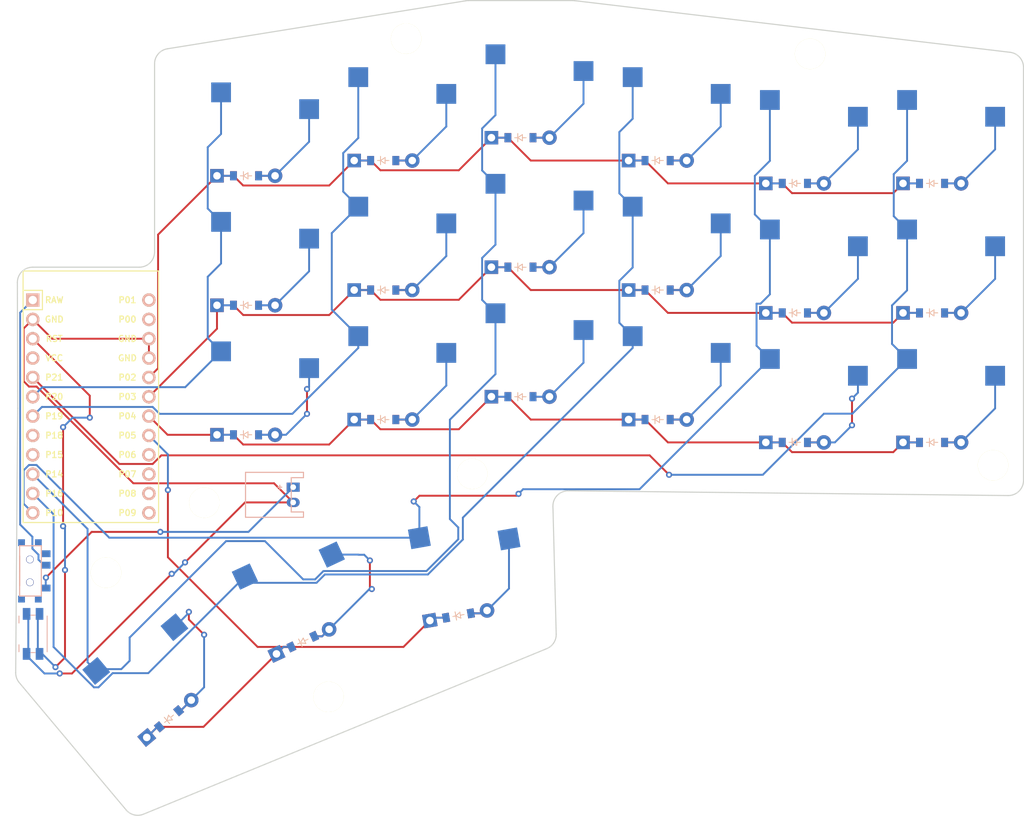
<source format=kicad_pcb>
(kicad_pcb (version 20240108) (generator "pcbnew") (generator_version "8.0")
  (title_block (title "right") (rev "v1.0.0") (company "Unknown"))
  (layers (0 "F.Cu" signal) (31 "B.Cu" signal) (34 "B.Paste" user) (35 "F.Paste" user) (36 "B.SilkS" user "B.Silkscreen") (37 "F.SilkS" user "F.Silkscreen") (38 "B.Mask" user) (39 "F.Mask" user) (44 "Edge.Cuts" user))
  (net 0 "")
  (net 1 "P21")
  (net 2 "mirror_outer_under")
  (net 3 "mirror_outer_middle")
  (net 4 "mirror_outer_upper")
  (net 5 "P10")
  (net 6 "mirror_pinky_under")
  (net 7 "mirror_pinky_middle")
  (net 8 "mirror_pinky_upper")
  (net 9 "P16")
  (net 10 "mirror_ring_under")
  (net 11 "mirror_ring_middle")
  (net 12 "mirror_ring_upper")
  (net 13 "P14")
  (net 14 "mirror_middle_under")
  (net 15 "mirror_middle_middle")
  (net 16 "mirror_middle_upper")
  (net 17 "P19")
  (net 18 "mirror_index_under")
  (net 19 "mirror_index_middle")
  (net 20 "mirror_index_upper")
  (net 21 "P20")
  (net 22 "mirror_inner_under")
  (net 23 "mirror_inner_middle")
  (net 24 "mirror_inner_upper")
  (net 25 "mirror_left_row")
  (net 26 "mirror_mid_row")
  (net 27 "mirror_right_row")
  (net 28 "P4")
  (net 29 "P3")
  (net 30 "P2")
  (net 31 "P5")
  (net 32 "RAW")
  (net 33 "GND")
  (net 34 "RST")
  (net 35 "VCC")
  (net 36 "P18")
  (net 37 "P15")
  (net 38 "P1")
  (net 39 "P0")
  (net 40 "P6")
  (net 41 "P7")
  (net 42 "P8")
  (net 43 "P9")
  (net 44 "pos")
  (footprint "E73:SPDT_C128955" (layer "F.Cu") (at 233.647754 121.867572 90)
    (property "Reference" "T1" (hide yes))
    (property "Value" "" (hide yes))
  )
  (footprint "PG1350" (layer "F.Cu") (at 298 60)
    (property "Reference" "S12" (hide yes))
    (property "Value" "" (hide yes))
  )
  (footprint "ComboDiode" (layer "F.Cu") (at 280 85)
    (property "Reference" "D14" (hide yes))
    (property "Value" "" (hide yes))
  )
  (footprint "PG1350" (layer "F.Cu") (at 352 83)
    (property "Reference" "S2" (hide yes))
    (property "Value" "" (hide yes))
  )
  (footprint "Panasonic_EVQPUL_EVQPUC" (layer "F.Cu") (at 234.05993 130.137403 90)
    (property "Reference" "B1" (hide yes))
    (property "Value" "Panasonic_EVQPUL_EVQPUC" (hide yes))
  )
  (footprint "ComboDiode" (layer "F.Cu") (at 352 88)
    (property "Reference" "D2" (hide yes))
    (property "Value" "" (hide yes))
  )
  (footprint "PG1350" (layer "F.Cu") (at 334 83)
    (property "Reference" "S5" (hide yes))
    (property "Value" "" (hide yes))
  )
  (footprint "ComboDiode" (layer "F.Cu") (at 251.894971 141.280173 40)
    (property "Reference" "D21" (hide yes))
    (property "Value" "" (hide yes))
  )
  (footprint "ComboDiode" (layer "F.Cu") (at 334 105)
    (property "Reference" "D4" (hide yes))
    (property "Value" "" (hide yes))
  )
  (footprint "ComboDiode" (layer "F.Cu") (at 316 68)
    (property "Reference" "D9" (hide yes))
    (property "Value" "" (hide yes))
  )
  (footprint "ComboDiode" (layer "F.Cu") (at 334 71)
    (property "Reference" "D6" (hide yes))
    (property "Value" "" (hide yes))
  )
  (footprint "ComboDiode" (layer "F.Cu") (at 280 68)
    (property "Reference" "D15" (hide yes))
    (property "Value" "" (hide yes))
  )
  (footprint "PG1350" (layer "F.Cu") (at 248.681033 137.44995 40)
    (property "Reference" "S21" (hide yes))
    (property "Value" "" (hide yes))
  )
  (footprint "ComboDiode" (layer "F.Cu") (at 316 102)
    (property "Reference" "D7" (hide yes))
    (property "Value" "" (hide yes))
  )
  (footprint "PG1350" (layer "F.Cu") (at 289 122.8 10)
    (property "Reference" "S19" (hide yes))
    (property "Value" "" (hide yes))
  )
  (footprint "HOLE_M2_TH" (layer "F.Cu") (at 243.635486 122.102558 40)
    (property "Reference" "")
    (property "Value" "")
  )
  (footprint "HOLE_M2_TH" (layer "F.Cu") (at 360 108)
    (property "Reference" "")
    (property "Value" "")
  )
  (footprint "PG1350" (layer "F.Cu") (at 262 65)
    (property "Reference" "S18" (hide yes))
    (property "Value" "" (hide yes))
  )
  (footprint "ComboDiode" (layer "F.Cu") (at 289.868241 127.724039 10)
    (property "Reference" "D19" (hide yes))
    (property "Value" "" (hide yes))
  )
  (footprint "PG1350" (layer "F.Cu") (at 267.334229 126.62026 25)
    (property "Reference" "S20" (hide yes))
    (property "Value" "" (hide yes))
  )
  (footprint "PG1350" (layer "F.Cu") (at 316 63)
    (property "Reference" "S9" (hide yes))
    (property "Value" "" (hide yes))
  )
  (footprint "ComboDiode" (layer "F.Cu") (at 298 65)
    (property "Reference" "D12" (hide yes))
    (property "Value" "" (hide yes))
  )
  (footprint "PG1350" (layer "F.Cu") (at 352 100)
    (property "Reference" "S1" (hide yes))
    (property "Value" "" (hide yes))
  )
  (footprint "PG1350" (layer "F.Cu") (at 316 97)
    (property "Reference" "S7" (hide yes))
    (property "Value" "" (hide yes))
  )
  (footprint "PG1350" (layer "F.Cu") (at 262 99)
    (property "Reference" "S16" (hide yes))
    (property "Value" "" (hide yes))
  )
  (footprint "HOLE_M2_TH" (layer "F.Cu") (at 336 54)
    (property "Reference" "")
    (property "Value" "")
  )
  (footprint "ComboDiode" (layer "F.Cu") (at 334 88)
    (property "Reference" "D5" (hide yes))
    (property "Value" "" (hide yes))
  )
  (footprint "JST_PH_S2B-PH-K_02x2.00mm_Angled" (layer "F.Cu") (at 268.184347 111.879931 -90)
    (property "Reference" "JST1" (hide yes))
    (property "Value" "" (hide yes))
  )
  (footprint "ProMicro" (layer "F.Cu") (at 241.640864 100.278913 -90)
    (property "Reference" "MCU1" (hide yes))
    (property "Value" "" (hide yes))
  )
  (footprint "PG1350" (layer "F.Cu") (at 352 66)
    (property "Reference" "S3" (hide yes))
    (property "Value" "" (hide yes))
  )
  (footprint "ComboDiode" (layer "F.Cu") (at 352 71)
    (property "Reference" "D3" (hide yes))
    (property "Value" "" (hide yes))
  )
  (footprint "PG1350" (layer "F.Cu") (at 334 66)
    (property "Reference" "S6" (hide yes))
    (property "Value" "" (hide yes))
  )
  (footprint "HOLE_M2_TH" (layer "F.Cu") (at 256.524488 112.903501 25)
    (property "Reference" "")
    (property "Value" "")
  )
  (footprint "ComboDiode" (layer "F.Cu") (at 262 87)
    (property "Reference" "D17" (hide yes))
    (property "Value" "" (hide yes))
  )
  (footprint "PG1350" (layer "F.Cu") (at 280 80)
    (property "Reference" "S14" (hide yes))
    (property "Value" "" (hide yes))
  )
  (footprint "PG1350" (layer "F.Cu") (at 334 100)
    (property "Reference" "S4" (hide yes))
    (property "Value" "" (hide yes))
  )
  (footprint "HOLE_M2_TH" (layer "F.Cu") (at 283 52)
    (property "Reference" "")
    (property "Value" "")
  )
  (footprint "HOLE_M2_TH" (layer "F.Cu") (at 272.828267 138.402261 25)
    (property "Reference" "")
    (property "Value" "")
  )
  (footprint "PG1350" (layer "F.Cu") (at 298 77)
    (property "Reference" "S11" (hide yes))
    (property "Value" "" (hide yes))
  )
  (footprint "PG1350" (layer "F.Cu") (at 316 80)
    (property "Reference" "S8" (hide yes))
    (property "Value" "" (hide yes))
  )
  (footprint "ComboDiode" (layer "F.Cu") (at 316 85)
    (property "Reference" "D8" (hide yes))
    (property "Value" "" (hide yes))
  )
  (footprint "ComboDiode" (layer "F.Cu") (at 298 99)
    (property "Reference" "D10" (hide yes))
    (property "Value" "" (hide yes))
  )
  (footprint "HOLE_M2_TH" (layer "F.Cu") (at 291.666613 109.129258 10)
    (property "Reference" "")
    (property "Value" "")
  )
  (footprint "PG1350" (layer "F.Cu") (at 262 82)
    (property "Reference" "S17" (hide yes))
    (property "Value" "" (hide yes))
  )
  (footprint "ComboDiode" (layer "F.Cu") (at 280 102)
    (property "Reference" "D13" (hide yes))
    (property "Value" "" (hide yes))
  )
  (footprint "ComboDiode" (layer "F.Cu") (at 262 70)
    (property "Reference" "D18" (hide yes))
    (property "Value" "" (hide yes))
  )
  (footprint "PG1350" (layer "F.Cu") (at 298 94)
    (property "Reference" "S10" (hide yes))
    (property "Value" "" (hide yes))
  )
  (footprint "ComboDiode" (layer "F.Cu") (at 298 82)
    (property "Reference" "D11" (hide yes))
    (property "Value" "" (hide yes))
  )
  (footprint "PG1350" (layer "F.Cu") (at 280 63)
    (property "Reference" "S15" (hide yes))
    (property "Value" "" (hide yes))
  )
  (footprint "ComboDiode" (layer "F.Cu") (at 262 104)
    (property "Reference" "D16" (hide yes))
    (property "Value" "" (hide yes))
  )
  (footprint "ComboDiode" (layer "F.Cu") (at 269.447321 131.151799 25)
    (property "Reference" "D20" (hide yes))
    (property "Value" "" (hide yes))
  )
  (footprint "ComboDiode" (layer "F.Cu") (at 352 105)
    (property "Reference" "D1" (hide yes))
    (property "Value" "" (hide yes))
  )
  (footprint "PG1350" (layer "F.Cu") (at 280 97)
    (property "Reference" "S13" (hide yes))
    (property "Value" "" (hide yes))
  )
  (gr_arc (start 250 80) (mid 249.414214 81.414214) (end 248 82) (stroke (width 0.15)) (layer "Edge.Cuts"))
  (gr_arc (start 250 55.303796) (mid 250.477548 54.006822) (end 251.682141 53.329216) (stroke (width 0.15)) (layer "Edge.Cuts"))
  (gr_line (start 246.262257 153.236051) (end 232.248381 136.534963) (stroke (width 0.15)) (layer "Edge.Cuts"))
  (gr_line (start 302.262467 113.405594) (end 302.692487 130.171418) (stroke (width 0.15)) (layer "Edge.Cuts"))
  (gr_arc (start 364 109.978262) (mid 363.406549 111.400099) (end 361.97838 111.978145) (stroke (width 0.15)) (layer "Edge.Cuts"))
  (gr_line (start 361.97838 111.978145) (end 304.28343 111.35443) (stroke (width 0.15)) (layer "Edge.Cuts"))
  (gr_line (start 232.038785 100.494019) (end 232.004203 84.004194) (stroke (width 0.15)) (layer "Edge.Cuts"))
  (gr_line (start 231.780525 135.234515) (end 232.038735 100.513087) (stroke (width 0.15)) (layer "Edge.Cuts"))
  (gr_line (start 364 55.776739) (end 364 109.978262) (stroke (width 0.15)) (layer "Edge.Cuts"))
  (gr_line (start 301.453027 132.07272) (end 248.554228 153.800498) (stroke (width 0.15)) (layer "Edge.Cuts"))
  (gr_line (start 305.117406 47.013929) (end 362.235635 53.790669) (stroke (width 0.15)) (layer "Edge.Cuts"))
  (gr_arc (start 362.235635 53.790669) (mid 363.495204 54.448445) (end 364 55.776739) (stroke (width 0.15)) (layer "Edge.Cuts"))
  (gr_line (start 291.159946 47) (end 304.88177 47) (stroke (width 0.15)) (layer "Edge.Cuts"))
  (gr_arc (start 232.038786 100.49402) (mid 232.038783 100.503554) (end 232.038735 100.513087) (stroke (width 0.15)) (layer "Edge.Cuts"))
  (gr_arc (start 232.248381 136.534963) (mid 231.898554 135.926435) (end 231.780525 135.234515) (stroke (width 0.15)) (layer "Edge.Cuts"))
  (gr_arc (start 290.842087 47.02542) (mid 291.000509 47.006365) (end 291.159946 47) (stroke (width 0.15)) (layer "Edge.Cuts"))
  (gr_arc (start 232.004203 84.004194) (mid 232.588503 82.58727) (end 234.004199 82) (stroke (width 0.15)) (layer "Edge.Cuts"))
  (gr_line (start 234.004199 82) (end 248 82) (stroke (width 0.15)) (layer "Edge.Cuts"))
  (gr_arc (start 248.554229 153.800498) (mid 247.316094 153.892454) (end 246.262257 153.236052) (stroke (width 0.15)) (layer "Edge.Cuts"))
  (gr_arc (start 302.262468 113.405593) (mid 302.837148 111.950627) (end 304.28343 111.35443) (stroke (width 0.15)) (layer "Edge.Cuts"))
  (gr_line (start 251.682141 53.329216) (end 290.842087 47.02542) (stroke (width 0.15)) (layer "Edge.Cuts"))
  (gr_arc (start 302.692487 130.171419) (mid 302.368575 131.314914) (end 301.453027 132.07272) (stroke (width 0.15)) (layer "Edge.Cuts"))
  (gr_line (start 250 80) (end 250 55.303796) (stroke (width 0.15)) (layer "Edge.Cuts"))
  (gr_arc (start 304.881771 47) (mid 304.999794 47.003485) (end 305.117406 47.01393) (stroke (width 0.15)) (layer "Edge.Cuts"))
  (segment (start 245.382164 107.830213) (end 234.020864 96.468913) (width 0.25) (layer "F.Cu") (net 1))
  (segment (start 317.5 109.25) (end 314.954258 106.704258) (width 0.25) (layer "F.Cu") (net 1))
  (segment (start 249.758459 107.830213) (end 245.382164 107.830213) (width 0.25) (layer "F.Cu") (net 1))
  (segment (start 250.884414 106.704258) (end 249.758459 107.830213) (width 0.25) (layer "F.Cu") (net 1))
  (segment (start 314.954258 106.704258) (end 250.884414 106.704258) (width 0.25) (layer "F.Cu") (net 1))
  (via (at 317.5 109.25) (size 0.8) (drill 0.4) (layers "F.Cu" "B.Cu") (net 1))
  (segment (start 346.75 92.075) (end 348.725 94.05) (width 0.25) (layer "B.Cu") (net 1))
  (segment (start 348.725 94.05) (end 341.5491 101.2259) (width 0.25) (layer "B.Cu") (net 1))
  (segment (start 341.5491 101.2259) (end 337.8241 101.2259) (width 0.25) (layer "B.Cu") (net 1))
  (segment (start 348.725 60.05) (end 348.725 68.037) (width 0.25) (layer "B.Cu") (net 1))
  (segment (start 346.976 75.301) (end 348.725 77.05) (width 0.25) (layer "B.Cu") (net 1))
  (segment (start 348.725 85.037) (end 346.75 87.012) (width 0.25) (layer "B.Cu") (net 1))
  (segment (start 337.8241 101.2259) (end 329.8 109.25) (width 0.25) (layer "B.Cu") (net 1))
  (segment (start 346.976 69.786) (end 346.976 75.301) (width 0.25) (layer "B.Cu") (net 1))
  (segment (start 329.8 109.25) (end 317.5 109.25) (width 0.25) (layer "B.Cu") (net 1))
  (segment (start 348.725 77.05) (end 348.725 85.037) (width 0.25) (layer "B.Cu") (net 1))
  (segment (start 348.725 68.037) (end 346.976 69.786) (width 0.25) (layer "B.Cu") (net 1))
  (segment (start 346.75 87.012) (end 346.75 92.075) (width 0.25) (layer "B.Cu") (net 1))
  (segment (start 353.65 105) (end 355.81 105) (width 0.25) (layer "F.Cu") (net 2))
  (segment (start 353.65 105) (end 355.81 105) (width 0.25) (layer "B.Cu") (net 2))
  (segment (start 360.275 100.535) (end 355.81 105) (width 0.25) (layer "B.Cu") (net 2))
  (segment (start 360.275 96.25) (end 360.275 100.535) (width 0.25) (layer "B.Cu") (net 2))
  (segment (start 353.65 88) (end 355.81 88) (width 0.25) (layer "F.Cu") (net 3))
  (segment (start 360.275 83.535) (end 355.81 88) (width 0.25) (layer "B.Cu") (net 3))
  (segment (start 353.65 88) (end 355.81 88) (width 0.25) (layer "B.Cu") (net 3))
  (segment (start 360.275 79.25) (end 360.275 83.535) (width 0.25) (layer "B.Cu") (net 3))
  (segment (start 353.65 71) (end 355.81 71) (width 0.25) (layer "F.Cu") (net 4))
  (segment (start 360.275 62.25) (end 360.275 66.535) (width 0.25) (layer "B.Cu") (net 4))
  (segment (start 353.65 71) (end 355.81 71) (width 0.25) (layer "B.Cu") (net 4))
  (segment (start 360.275 66.535) (end 355.81 71) (width 0.25) (layer "B.Cu") (net 4))
  (segment (start 297.5 112) (end 284.75 112) (width 0.25) (layer "F.Cu") (net 5))
  (segment (start 297.75 111.75) (end 297.5 112) (width 0.25) (layer "F.Cu") (net 5))
  (segment (start 284.75 112) (end 284 112.75) (width 0.25) (layer "F.Cu") (net 5))
  (via (at 284 112.75) (size 0.8) (drill 0.4) (layers "F.Cu" "B.Cu") (net 5))
  (via (at 297.75 111.75) (size 0.8) (drill 0.4) (layers "F.Cu" "B.Cu") (net 5))
  (segment (start 284.741548 117.509092) (end 244.059938 117.509092) (width 0.25) (layer "B.Cu") (net 5))
  (segment (start 313.624384 111.150616) (end 298.349384 111.150616) (width 0.25) (layer "B.Cu") (net 5))
  (segment (start 234.518459 107.967613) (end 233.523269 107.967613) (width 0.25) (layer "B.Cu") (net 5))
  (segment (start 330.725 94.05) (end 313.624384 111.150616) (width 0.25) (layer "B.Cu") (net 5))
  (segment (start 244.059938 117.509092) (end 234.518459 107.967613) (width 0.25) (layer "B.Cu") (net 5))
  (segment (start 330.725 85.561) (end 329.5 86.786) (width 0.25) (layer "B.Cu") (net 5))
  (segment (start 284 112.75) (end 284.741548 113.491548) (width 0.25) (layer "B.Cu") (net 5))
  (segment (start 298.349384 111.150616) (end 297.75 111.75) (width 0.25) (layer "B.Cu") (net 5))
  (segment (start 330.725 77.05) (end 330.725 85.561) (width 0.25) (layer "B.Cu") (net 5))
  (segment (start 232.819564 108.671318) (end 232.819564 113.047613) (width 0.25) (layer "B.Cu") (net 5))
  (segment (start 330.725 68.037) (end 328.75 70.012) (width 0.25) (layer "B.Cu") (net 5))
  (segment (start 232.819564 113.047613) (end 234.020864 114.248913) (width 0.25) (layer "B.Cu") (net 5))
  (segment (start 284.741548 113.491548) (end 284.741548 117.509092) (width 0.25) (layer "B.Cu") (net 5))
  (segment (start 233.523269 107.967613) (end 232.819564 108.671318) (width 0.25) (layer "B.Cu") (net 5))
  (segment (start 328.976 86.786) (end 328.976 92.301) (width 0.25) (layer "B.Cu") (net 5))
  (segment (start 330.725 60.05) (end 330.725 68.037) (width 0.25) (layer "B.Cu") (net 5))
  (segment (start 328.976 92.301) (end 330.725 94.05) (width 0.25) (layer "B.Cu") (net 5))
  (segment (start 329.5 86.786) (end 328.976 86.786) (width 0.25) (layer "B.Cu") (net 5))
  (segment (start 328.75 75.075) (end 330.725 77.05) (width 0.25) (layer "B.Cu") (net 5))
  (segment (start 328.75 70.012) (end 328.75 75.075) (width 0.25) (layer "B.Cu") (net 5))
  (segment (start 341.5 99.25) (end 341.5 102.75) (width 0.25) (layer "F.Cu") (net 6))
  (segment (start 335.65 105) (end 337.81 105) (width 0.25) (layer "F.Cu") (net 6))
  (via (at 341.5 102.75) (size 0.8) (drill 0.4) (layers "F.Cu" "B.Cu") (net 6))
  (via (at 341.5 99.25) (size 0.8) (drill 0.4) (layers "F.Cu" "B.Cu") (net 6))
  (segment (start 341.5 102.75) (end 339.25 105) (width 0.25) (layer "B.Cu") (net 6))
  (segment (start 339.25 105) (end 337.81 105) (width 0.25) (layer "B.Cu") (net 6))
  (segment (start 342.275 98.475) (end 341.5 99.25) (width 0.25) (layer "B.Cu") (net 6))
  (segment (start 342.275 96.25) (end 342.275 98.475) (width 0.25) (layer "B.Cu") (net 6))
  (segment (start 335.65 105) (end 337.81 105) (width 0.25) (layer "B.Cu") (net 6))
  (segment (start 335.65 88) (end 337.81 88) (width 0.25) (layer "F.Cu") (net 7))
  (segment (start 335.65 88) (end 337.81 88) (width 0.25) (layer "B.Cu") (net 7))
  (segment (start 342.275 83.535) (end 337.81 88) (width 0.25) (layer "B.Cu") (net 7))
  (segment (start 342.275 79.25) (end 342.275 83.535) (width 0.25) (layer "B.Cu") (net 7))
  (segment (start 335.65 71) (end 337.81 71) (width 0.25) (layer "F.Cu") (net 8))
  (segment (start 335.65 71) (end 337.81 71) (width 0.25) (layer "B.Cu") (net 8))
  (segment (start 342.275 62.25) (end 342.275 66.535) (width 0.25) (layer "B.Cu") (net 8))
  (segment (start 342.275 66.535) (end 337.81 71) (width 0.25) (layer "B.Cu") (net 8))
  (segment (start 290.446002 117.749231) (end 285.860069 122.335164) (width 0.25) (layer "B.Cu") (net 9))
  (segment (start 285.860069 122.335164) (end 272.342345 122.335164) (width 0.25) (layer "B.Cu") (net 9))
  (segment (start 310.976 89.301) (end 312.725 91.05) (width 0.25) (layer "B.Cu") (net 9))
  (segment (start 312.725 82.037) (end 310.976 83.786) (width 0.25) (layer "B.Cu") (net 9))
  (segment (start 312.725 62.508684) (end 310.976 64.257684) (width 0.25) (layer "B.Cu") (net 9))
  (segment (start 312.725 57.05) (end 312.725 62.508684) (width 0.25) (layer "B.Cu") (net 9))
  (segment (start 244.504133 135.291969) (end 242.642505 137.153597) (width 0.25) (layer "B.Cu") (net 9))
  (segment (start 271.243995 123.433514) (end 262.673203 123.433514) (width 0.25) (layer "B.Cu") (net 9))
  (segment (start 312.725 74.05) (end 312.725 82.037) (width 0.25) (layer "B.Cu") (net 9))
  (segment (start 262.673203 123.433514) (end 261.851492 122.611803) (width 0.25) (layer "B.Cu") (net 9))
  (segment (start 261.851492 122.611803) (end 249.171326 135.291969) (width 0.25) (layer "B.Cu") (net 9))
  (segment (start 236.75 114.438049) (end 234.020864 111.708913) (width 0.25) (layer "B.Cu") (net 9))
  (segment (start 242.052797 137.153597) (end 236.75 131.8508) (width 0.25) (layer "B.Cu") (net 9))
  (segment (start 236.75 131.8508) (end 236.75 114.438049) (width 0.25) (layer "B.Cu") (net 9))
  (segment (start 312.725 91.05) (end 312.725 92.6) (width 0.25) (layer "B.Cu") (net 9))
  (segment (start 312.725 92.6) (end 290.446002 114.878998) (width 0.25) (layer "B.Cu") (net 9))
  (segment (start 272.342345 122.335164) (end 271.243995 123.433514) (width 0.25) (layer "B.Cu") (net 9))
  (segment (start 310.976 64.257684) (end 310.976 72.301) (width 0.25) (layer "B.Cu") (net 9))
  (segment (start 290.446002 114.878998) (end 290.446002 117.749231) (width 0.25) (layer "B.Cu") (net 9))
  (segment (start 242.642505 137.153597) (end 242.052797 137.153597) (width 0.25) (layer "B.Cu") (net 9))
  (segment (start 310.976 72.301) (end 312.725 74.05) (width 0.25) (layer "B.Cu") (net 9))
  (segment (start 310.976 83.786) (end 310.976 89.301) (width 0.25) (layer "B.Cu") (net 9))
  (segment (start 249.171326 135.291969) (end 244.504133 135.291969) (width 0.25) (layer "B.Cu") (net 9))
  (segment (start 317.65 102) (end 319.81 102) (width 0.25) (layer "F.Cu") (net 10))
  (segment (start 324.275 93.25) (end 324.275 97.535) (width 0.25) (layer "B.Cu") (net 10))
  (segment (start 324.275 97.535) (end 319.81 102) (width 0.25) (layer "B.Cu") (net 10))
  (segment (start 317.65 102) (end 319.81 102) (width 0.25) (layer "B.Cu") (net 10))
  (segment (start 317.65 85) (end 319.81 85) (width 0.25) (layer "F.Cu") (net 11))
  (segment (start 317.65 85) (end 319.81 85) (width 0.25) (layer "B.Cu") (net 11))
  (segment (start 324.275 80.535) (end 319.81 85) (width 0.25) (layer "B.Cu") (net 11))
  (segment (start 324.275 76.25) (end 324.275 80.535) (width 0.25) (layer "B.Cu") (net 11))
  (segment (start 317.65 68) (end 319.81 68) (width 0.25) (layer "F.Cu") (net 12))
  (segment (start 324.275 59.25) (end 324.275 63.535) (width 0.25) (layer "B.Cu") (net 12))
  (segment (start 317.65 68) (end 319.81 68) (width 0.25) (layer "B.Cu") (net 12))
  (segment (start 324.275 63.535) (end 319.81 68) (width 0.25) (layer "B.Cu") (net 12))
  (segment (start 292.976 69.301) (end 294.725 71.05) (width 0.25) (layer "B.Cu") (net 13))
  (segment (start 264.479877 117.959092) (end 259.385674 117.959092) (width 0.25) (layer "B.Cu") (net 13))
  (segment (start 289.841793 117.717044) (end 285.673673 121.885164) (width 0.25) (layer "B.Cu") (net 13))
  (segment (start 246.731447 130.613319) (end 246.731447 133.668636) (width 0.25) (layer "B.Cu") (net 13))
  (segment (start 241.210486 116.358535) (end 234.020864 109.168913) (width 0.25) (layer "B.Cu") (net 13))
  (segment (start 242.347651 134.997115) (end 241.210486 133.85995) (width 0.25) (layer "B.Cu") (net 13))
  (segment (start 245.633097 134.766986) (end 242.57778 134.766986) (width 0.25) (layer "B.Cu") (net 13))
  (segment (start 288.743443 115.065394) (end 289.841793 116.163744) (width 0.25) (layer "B.Cu") (net 13))
  (segment (start 292.976 63.786) (end 292.976 69.301) (width 0.25) (layer "B.Cu") (net 13))
  (segment (start 294.725 71.05) (end 294.725 79.037) (width 0.25) (layer "B.Cu") (net 13))
  (segment (start 289.841793 116.163744) (end 289.841793 117.717044) (width 0.25) (layer "B.Cu") (net 13))
  (segment (start 259.385674 117.959092) (end 246.731447 130.613319) (width 0.25) (layer "B.Cu") (net 13))
  (segment (start 285.673673 121.885164) (end 272.155949 121.885164) (width 0.25) (layer "B.Cu") (net 13))
  (segment (start 292.976 80.786) (end 292.976 86.301) (width 0.25) (layer "B.Cu") (net 13))
  (segment (start 271.057599 122.983514) (end 269.504299 122.983514) (width 0.25) (layer "B.Cu") (net 13))
  (segment (start 294.725 54.05) (end 294.725 62.037) (width 0.25) (layer "B.Cu") (net 13))
  (segment (start 292.976 86.301) (end 294.725 88.05) (width 0.25) (layer "B.Cu") (net 13))
  (segment (start 288.743443 102.018557) (end 288.743443 115.065394) (width 0.25) (layer "B.Cu") (net 13))
  (segment (start 294.725 79.037) (end 292.976 80.786) (width 0.25) (layer "B.Cu") (net 13))
  (segment (start 294.725 62.037) (end 292.976 63.786) (width 0.25) (layer "B.Cu") (net 13))
  (segment (start 246.731447 133.668636) (end 245.633097 134.766986) (width 0.25) (layer "B.Cu") (net 13))
  (segment (start 241.210486 133.85995) (end 241.210486 116.358535) (width 0.25) (layer "B.Cu") (net 13))
  (segment (start 294.725 88.05) (end 294.725 96.037) (width 0.25) (layer "B.Cu") (net 13))
  (segment (start 272.155949 121.885164) (end 271.057599 122.983514) (width 0.25) (layer "B.Cu") (net 13))
  (segment (start 242.57778 134.766986) (end 242.347651 134.997115) (width 0.25) (layer "B.Cu") (net 13))
  (segment (start 294.725 96.037) (end 288.743443 102.018557) (width 0.25) (layer "B.Cu") (net 13))
  (segment (start 269.504299 122.983514) (end 264.479877 117.959092) (width 0.25) (layer "B.Cu") (net 13))
  (segment (start 299.65 99) (end 301.81 99) (width 0.25) (layer "F.Cu") (net 14))
  (segment (start 299.65 99) (end 301.81 99) (width 0.25) (layer "B.Cu") (net 14))
  (segment (start 306.275 94.535) (end 301.81 99) (width 0.25) (layer "B.Cu") (net 14))
  (segment (start 306.275 90.25) (end 306.275 94.535) (width 0.25) (layer "B.Cu") (net 14))
  (segment (start 299.65 82) (end 301.81 82) (width 0.25) (layer "F.Cu") (net 15))
  (segment (start 306.275 73.25) (end 306.275 77.535) (width 0.25) (layer "B.Cu") (net 15))
  (segment (start 306.275 77.535) (end 301.81 82) (width 0.25) (layer "B.Cu") (net 15))
  (segment (start 299.65 82) (end 301.81 82) (width 0.25) (layer "B.Cu") (net 15))
  (segment (start 299.65 65) (end 301.81 65) (width 0.25) (layer "F.Cu") (net 16))
  (segment (start 306.275 60.535) (end 301.81 65) (width 0.25) (layer "B.Cu") (net 16))
  (segment (start 299.65 65) (end 301.81 65) (width 0.25) (layer "B.Cu") (net 16))
  (segment (start 306.275 56.25) (end 306.275 60.535) (width 0.25) (layer "B.Cu") (net 16))
  (segment (start 276.725 57.05) (end 276.725 65.037) (width 0.25) (layer "B.Cu") (net 17))
  (segment (start 276.725 65.037) (end 274.75 67.012) (width 0.25) (layer "B.Cu") (net 17))
  (segment (start 274.75 67.012) (end 274.75 72.075) (width 0.25) (layer "B.Cu") (net 17))
  (segment (start 276.725 74.05) (end 273.25 77.525) (width 0.25) (layer "B.Cu") (net 17))
  (segment (start 250.660846 101.25) (end 249.758459 100.347613) (width 0.25) (layer "B.Cu") (net 17))
  (segment (start 273.25 77.525) (end 273.25 87.575) (width 0.25) (layer "B.Cu") (net 17))
  (segment (start 235.222164 100.347613) (end 234.020864 101.548913) (width 0.25) (layer "B.Cu") (net 17))
  (segment (start 276.725 91.05) (end 276.725 92.6) (width 0.25) (layer "B.Cu") (net 17))
  (segment (start 268.075 101.25) (end 250.660846 101.25) (width 0.25) (layer "B.Cu") (net 17))
  (segment (start 276.725 92.6) (end 268.075 101.25) (width 0.25) (layer "B.Cu") (net 17))
  (segment (start 274.75 72.075) (end 276.725 74.05) (width 0.25) (layer "B.Cu") (net 17))
  (segment (start 273.25 87.575) (end 276.725 91.05) (width 0.25) (layer "B.Cu") (net 17))
  (segment (start 249.758459 100.347613) (end 235.222164 100.347613) (width 0.25) (layer "B.Cu") (net 17))
  (segment (start 281.65 102) (end 283.81 102) (width 0.25) (layer "F.Cu") (net 18))
  (segment (start 281.65 102) (end 283.81 102) (width 0.25) (layer "B.Cu") (net 18))
  (segment (start 288.275 97.535) (end 283.81 102) (width 0.25) (layer "B.Cu") (net 18))
  (segment (start 288.275 93.25) (end 288.275 97.535) (width 0.25) (layer "B.Cu") (net 18))
  (segment (start 281.65 85) (end 283.81 85) (width 0.25) (layer "F.Cu") (net 19))
  (segment (start 288.275 76.25) (end 288.275 80.535) (width 0.25) (layer "B.Cu") (net 19))
  (segment (start 281.65 85) (end 283.81 85) (width 0.25) (layer "B.Cu") (net 19))
  (segment (start 288.275 80.535) (end 283.81 85) (width 0.25) (layer "B.Cu") (net 19))
  (segment (start 281.65 68) (end 283.81 68) (width 0.25) (layer "F.Cu") (net 20))
  (segment (start 288.275 59.25) (end 288.275 63.535) (width 0.25) (layer "B.Cu") (net 20))
  (segment (start 281.65 68) (end 283.81 68) (width 0.25) (layer "B.Cu") (net 20))
  (segment (start 288.275 63.535) (end 283.81 68) (width 0.25) (layer "B.Cu") (net 20))
  (segment (start 235.279777 97.75) (end 234.020864 99.008913) (width 0.25) (layer "B.Cu") (net 21))
  (segment (start 256.976 74.301) (end 258.725 76.05) (width 0.25) (layer "B.Cu") (net 21))
  (segment (start 258.725 81.508684) (end 256.976 83.257684) (width 0.25) (layer "B.Cu") (net 21))
  (segment (start 254.025 97.75) (end 235.279777 97.75) (width 0.25) (layer "B.Cu") (net 21))
  (segment (start 258.725 76.05) (end 258.725 81.508684) (width 0.25) (layer "B.Cu") (net 21))
  (segment (start 258.725 59.05) (end 258.725 64.508684) (width 0.25) (layer "B.Cu") (net 21))
  (segment (start 256.976 66.257684) (end 256.976 74.301) (width 0.25) (layer "B.Cu") (net 21))
  (segment (start 258.725 64.508684) (end 256.976 66.257684) (width 0.25) (layer "B.Cu") (net 21))
  (segment (start 256.976 91.301) (end 258.725 93.05) (width 0.25) (layer "B.Cu") (net 21))
  (segment (start 256.976 83.257684) (end 256.976 91.301) (width 0.25) (layer "B.Cu") (net 21))
  (segment (start 258.725 93.05) (end 254.025 97.75) (width 0.25) (layer "B.Cu") (net 21))
  (segment (start 263.65 104) (end 265.81 104) (width 0.25) (layer "F.Cu") (net 22))
  (segment (start 270 98) (end 270 101.25) (width 0.25) (layer "F.Cu") (net 22))
  (via (at 270 101.25) (size 0.8) (drill 0.4) (layers "F.Cu" "B.Cu") (net 22))
  (via (at 270 98) (size 0.8) (drill 0.4) (layers "F.Cu" "B.Cu") (net 22))
  (segment (start 267.25 104) (end 265.81 104) (width 0.25) (layer "B.Cu") (net 22))
  (segment (start 270.275 95.25) (end 270.275 97.725) (width 0.25) (layer "B.Cu") (net 22))
  (segment (start 270.275 97.725) (end 270 98) (width 0.25) (layer "B.Cu") (net 22))
  (segment (start 263.65 104) (end 265.81 104) (width 0.25) (layer "B.Cu") (net 22))
  (segment (start 270 101.25) (end 267.25 104) (width 0.25) (layer "B.Cu") (net 22))
  (segment (start 263.65 87) (end 265.81 87) (width 0.25) (layer "F.Cu") (net 23))
  (segment (start 270.275 78.25) (end 270.275 82.535) (width 0.25) (layer "B.Cu") (net 23))
  (segment (start 263.65 87) (end 265.81 87) (width 0.25) (layer "B.Cu") (net 23))
  (segment (start 270.275 82.535) (end 265.81 87) (width 0.25) (layer "B.Cu") (net 23))
  (segment (start 263.65 70) (end 265.81 70) (width 0.25) (layer "F.Cu") (net 24))
  (segment (start 270.275 65.535) (end 265.81 70) (width 0.25) (layer "B.Cu") (net 24))
  (segment (start 263.65 70) (end 265.81 70) (width 0.25) (layer "B.Cu") (net 24))
  (segment (start 270.275 61.25) (end 270.275 65.535) (width 0.25) (layer "B.Cu") (net 24))
  (segment (start 293.245278 127.43752) (end 293.620359 127.062439) (width 0.25) (layer "F.Cu") (net 25))
  (segment (start 291.493174 127.43752) (end 293.245278 127.43752) (width 0.25) (layer "F.Cu") (net 25))
  (segment (start 291.493174 127.43752) (end 293.245278 127.43752) (width 0.25) (layer "B.Cu") (net 25))
  (segment (start 296.498103 124.184695) (end 293.620359 127.062439) (width 0.25) (layer "B.Cu") (net 25))
  (segment (start 293.245278 127.43752) (end 293.620359 127.062439) (width 0.25) (layer "B.Cu") (net 25))
  (segment (start 296.498103 117.670032) (end 296.498103 124.184695) (width 0.25) (layer "B.Cu") (net 25))
  (segment (start 278.25 124) (end 278.5 124.25) (width 0.25) (layer "F.Cu") (net 26))
  (segment (start 278.25 120.5) (end 278.25 124) (width 0.25) (layer "F.Cu") (net 26))
  (segment (start 271.987498 130.454479) (end 272.900354 129.541623) (width 0.25) (layer "F.Cu") (net 26))
  (segment (start 270.942729 130.454479) (end 271.987498 130.454479) (width 0.25) (layer "F.Cu") (net 26))
  (via (at 278.5 124.25) (size 0.8) (drill 0.4) (layers "F.Cu" "B.Cu") (net 26))
  (via (at 278.25 120.5) (size 0.8) (drill 0.4) (layers "F.Cu" "B.Cu") (net 26))
  (segment (start 278.191977 124.25) (end 272.900354 129.541623) (width 0.25) (layer "B.Cu") (net 26))
  (segment (start 276.72444 119.72444) (end 276.75 119.75) (width 0.25) (layer "B.Cu") (net 26))
  (segment (start 277.5 119.75) (end 278.25 120.5) (width 0.25) (layer "B.Cu") (net 26))
  (segment (start 273.249107 119.72444) (end 276.72444 119.72444) (width 0.25) (layer "B.Cu") (net 26))
  (segment (start 276.75 119.75) (end 277.5 119.75) (width 0.25) (layer "B.Cu") (net 26))
  (segment (start 270.942729 130.454479) (end 271.987498 130.454479) (width 0.25) (layer "B.Cu") (net 26))
  (segment (start 278.5 124.25) (end 278.191977 124.25) (width 0.25) (layer "B.Cu") (net 26))
  (segment (start 271.987498 130.454479) (end 272.900354 129.541623) (width 0.25) (layer "B.Cu") (net 26))
  (segment (start 253.158944 140.219573) (end 253.425179 140.219573) (width 0.25) (layer "F.Cu") (net 27))
  (segment (start 254.5 127.25) (end 254.5 128.25) (width 0.25) (layer "F.Cu") (net 27))
  (segment (start 254.5 128.25) (end 256.5 130.25) (width 0.25) (layer "F.Cu") (net 27))
  (segment (start 253.425179 140.219573) (end 254.8136 138.831152) (width 0.25) (layer "F.Cu") (net 27))
  (via (at 254.5 127.25) (size 0.8) (drill 0.4) (layers "F.Cu" "B.Cu") (net 27))
  (via (at 256.5 130.25) (size 0.8) (drill 0.4) (layers "F.Cu" "B.Cu") (net 27))
  (segment (start 254.5 127.367813) (end 254.5 127.25) (width 0.25) (layer "B.Cu") (net 27))
  (segment (start 253.425179 140.219573) (end 254.8136 138.831152) (width 0.25) (layer "B.Cu") (net 27))
  (segment (start 252.609597 129.258216) (end 254.5 127.367813) (width 0.25) (layer "B.Cu") (net 27))
  (segment (start 253.158944 140.219573) (end 253.425179 140.219573) (width 0.25) (layer "B.Cu") (net 27))
  (segment (start 256.5 137.144752) (end 254.8136 138.831152) (width 0.25) (layer "B.Cu") (net 27))
  (segment (start 256.5 130.25) (end 256.5 137.144752) (width 0.25) (layer "B.Cu") (net 27))
  (segment (start 261.6275 105.2775) (end 272.9125 105.2775) (width 0.25) (layer "F.Cu") (net 28))
  (segment (start 314.35 102) (end 312.19 102) (width 0.25) (layer "F.Cu") (net 28))
  (segment (start 260.35 104) (end 261.6275 105.2775) (width 0.25) (layer "F.Cu") (net 28))
  (segment (start 251.711951 104) (end 249.260864 101.548913) (width 0.25) (layer "F.Cu") (net 28))
  (segment (start 350.35 105) (end 348.19 105) (width 0.25) (layer "F.Cu") (net 28))
  (segment (start 279.6275 103.2775) (end 289.9125 103.2775) (width 0.25) (layer "F.Cu") (net 28))
  (segment (start 296.35 99) (end 299.35 102) (width 0.25) (layer "F.Cu") (net 28))
  (segment (start 258.19 104) (end 251.711951 104) (width 0.25) (layer "F.Cu") (net 28))
  (segment (start 296.35 99) (end 294.19 99) (width 0.25) (layer "F.Cu") (net 28))
  (segment (start 314.35 102) (end 317.35 105) (width 0.25) (layer "F.Cu") (net 28))
  (segment (start 278.35 102) (end 276.19 102) (width 0.25) (layer "F.Cu") (net 28))
  (segment (start 317.35 105) (end 330.19 105) (width 0.25) (layer "F.Cu") (net 28))
  (segment (start 260.35 104) (end 258.19 104) (width 0.25) (layer "F.Cu") (net 28))
  (segment (start 346.9125 106.2775) (end 348.19 105) (width 0.25) (layer "F.Cu") (net 28))
  (segment (start 272.9125 105.2775) (end 276.19 102) (width 0.25) (layer "F.Cu") (net 28))
  (segment (start 332.35 105) (end 333.6275 106.2775) (width 0.25) (layer "F.Cu") (net 28))
  (segment (start 332.35 105) (end 330.19 105) (width 0.25) (layer "F.Cu") (net 28))
  (segment (start 289.9125 103.2775) (end 294.19 99) (width 0.25) (layer "F.Cu") (net 28))
  (segment (start 333.6275 106.2775) (end 346.9125 106.2775) (width 0.25) (layer "F.Cu") (net 28))
  (segment (start 299.35 102) (end 312.19 102) (width 0.25) (layer "F.Cu") (net 28))
  (segment (start 278.35 102) (end 279.6275 103.2775) (width 0.25) (layer "F.Cu") (net 28))
  (segment (start 350.35 105) (end 348.19 105) (width 0.25) (layer "B.Cu") (net 28))
  (segment (start 296.35 99) (end 294.19 99) (width 0.25) (layer "B.Cu") (net 28))
  (segment (start 332.35 105) (end 330.19 105) (width 0.25) (layer "B.Cu") (net 28))
  (segment (start 278.35 102) (end 276.19 102) (width 0.25) (layer "B.Cu") (net 28))
  (segment (start 260.35 104) (end 258.19 104) (width 0.25) (layer "B.Cu") (net 28))
  (segment (start 314.35 102) (end 312.19 102) (width 0.25) (layer "B.Cu") (net 28))
  (segment (start 279.6275 86.2775) (end 289.9125 86.2775) (width 0.25) (layer "F.Cu") (net 29))
  (segment (start 333.6275 89.2775) (end 346.9125 89.2775) (width 0.25) (layer "F.Cu") (net 29))
  (segment (start 314.35 85) (end 317.35 88) (width 0.25) (layer "F.Cu") (net 29))
  (segment (start 258.19 87) (end 258.19 90.079777) (width 0.25) (layer "F.Cu") (net 29))
  (segment (start 346.9125 89.2775) (end 348.19 88) (width 0.25) (layer "F.Cu") (net 29))
  (segment (start 314.35 85) (end 312.19 85) (width 0.25) (layer "F.Cu") (net 29))
  (segment (start 350.35 88) (end 348.19 88) (width 0.25) (layer "F.Cu") (net 29))
  (segment (start 299.35 85) (end 312.19 85) (width 0.25) (layer "F.Cu") (net 29))
  (segment (start 260.35 87) (end 261.6275 88.2775) (width 0.25) (layer "F.Cu") (net 29))
  (segment (start 332.35 88) (end 330.19 88) (width 0.25) (layer "F.Cu") (net 29))
  (segment (start 278.35 85) (end 279.6275 86.2775) (width 0.25) (layer "F.Cu") (net 29))
  (segment (start 289.9125 86.2775) (end 294.19 82) (width 0.25) (layer "F.Cu") (net 29))
  (segment (start 332.35 88) (end 333.6275 89.2775) (width 0.25) (layer "F.Cu") (net 29))
  (segment (start 258.19 90.079777) (end 249.260864 99.008913) (width 0.25) (layer "F.Cu") (net 29))
  (segment (start 260.35 87) (end 258.19 87) (width 0.25) (layer "F.Cu") (net 29))
  (segment (start 278.35 85) (end 276.19 85) (width 0.25) (layer "F.Cu") (net 29))
  (segment (start 296.35 82) (end 294.19 82) (width 0.25) (layer "F.Cu") (net 29))
  (segment (start 261.6275 88.2775) (end 272.9125 88.2775) (width 0.25) (layer "F.Cu") (net 29))
  (segment (start 317.35 88) (end 330.19 88) (width 0.25) (layer "F.Cu") (net 29))
  (segment (start 296.35 82) (end 299.35 85) (width 0.25) (layer "F.Cu") (net 29))
  (segment (start 272.9125 88.2775) (end 276.19 85) (width 0.25) (layer "F.Cu") (net 29))
  (segment (start 350.35 88) (end 348.19 88) (width 0.25) (layer "B.Cu") (net 29))
  (segment (start 332.35 88) (end 330.19 88) (width 0.25) (layer "B.Cu") (net 29))
  (segment (start 278.35 85) (end 276.19 85) (width 0.25) (layer "B.Cu") (net 29))
  (segment (start 314.35 85) (end 312.19 85) (width 0.25) (layer "B.Cu") (net 29))
  (segment (start 296.35 82) (end 294.19 82) (width 0.25) (layer "B.Cu") (net 29))
  (segment (start 260.35 87) (end 258.19 87) (width 0.25) (layer "B.Cu") (net 29))
  (segment (start 258.19 70) (end 250.462164 77.727836) (width 0.25) (layer "F.Cu") (net 30))
  (segment (start 346.9125 72.2775) (end 348.19 71) (width 0.25) (layer "F.Cu") (net 30))
  (segment (start 314.35 68) (end 317.35 71) (width 0.25) (layer "F.Cu") (net 30))
  (segment (start 350.35 71) (end 348.19 71) (width 0.25) (layer "F.Cu") (net 30))
  (segment (start 296.35 65) (end 294.19 65) (width 0.25) (layer "F.Cu") (net 30))
  (segment (start 278.35 68) (end 276.19 68) (width 0.25) (layer "F.Cu") (net 30))
  (segment (start 333.6275 72.2775) (end 346.9125 72.2775) (width 0.25) (layer "F.Cu") (net 30))
  (segment (start 314.35 68) (end 312.19 68) (width 0.25) (layer "F.Cu") (net 30))
  (segment (start 332.35 71) (end 330.19 71) (width 0.25) (layer "F.Cu") (net 30))
  (segment (start 278.35 68) (end 279.6275 69.2775) (width 0.25) (layer "F.Cu") (net 30))
  (segment (start 272.9125 71.2775) (end 276.19 68) (width 0.25) (layer "F.Cu") (net 30))
  (segment (start 260.35 70) (end 258.19 70) (width 0.25) (layer "F.Cu") (net 30))
  (segment (start 250.462164 77.727836) (end 250.462164 95.267613) (width 0.25) (layer "F.Cu") (net 30))
  (segment (start 296.35 65) (end 299.35 68) (width 0.25) (layer "F.Cu") (net 30))
  (segment (start 261.6275 71.2775) (end 272.9125 71.2775) (width 0.25) (layer "F.Cu") (net 30))
  (segment (start 289.9125 69.2775) (end 294.19 65) (width 0.25) (layer "F.Cu") (net 30))
  (segment (start 279.6275 69.2775) (end 289.9125 69.2775) (width 0.25) (layer "F.Cu") (net 30))
  (segment (start 332.35 71) (end 333.6275 72.2775) (width 0.25) (layer "F.Cu") (net 30))
  (segment (start 260.35 70) (end 261.6275 71.2775) (width 0.25) (layer "F.Cu") (net 30))
  (segment (start 317.35 71) (end 330.19 71) (width 0.25) (layer "F.Cu") (net 30))
  (segment (start 250.462164 95.267613) (end 249.260864 96.468913) (width 0.25) (layer "F.Cu") (net 30))
  (segment (start 299.35 68) (end 312.19 68) (width 0.25) (layer "F.Cu") (net 30))
  (segment (start 260.35 70) (end 258.19 70) (width 0.25) (layer "B.Cu") (net 30))
  (segment (start 314.35 68) (end 312.19 68) (width 0.25) (layer "B.Cu") (net 30))
  (segment (start 332.35 71) (end 330.19 71) (width 0.25) (layer "B.Cu") (net 30))
  (segment (start 278.35 68) (end 276.19 68) (width 0.25) (layer "B.Cu") (net 30))
  (segment (start 296.35 65) (end 294.19 65) (width 0.25) (layer "B.Cu") (net 30))
  (segment (start 350.35 71) (end 348.19 71) (width 0.25) (layer "B.Cu") (net 30))
  (segment (start 286.491204 128.010558) (end 286.116123 128.385639) (width 0.25) (layer "F.Cu") (net 31))
  (segment (start 250.630998 142.340773) (end 250.364763 142.340773) (width 0.25) (layer "F.Cu") (net 31))
  (segment (start 251.75 120.078808) (end 251.75 111.25) (width 0.25) (layer "F.Cu") (net 31))
  (segment (start 250.630998 142.340773) (end 256.41549 142.340773) (width 0.25) (layer "F.Cu") (net 31))
  (segment (start 267.951913 131.849119) (end 282.652643 131.849119) (width 0.25) (layer "F.Cu") (net 31))
  (segment (start 250.364763 142.340773) (end 248.976342 143.729194) (width 0.25) (layer "F.Cu") (net 31))
  (segment (start 282.652643 131.849119) (end 286.116123 128.385639) (width 0.25) (layer "F.Cu") (net 31))
  (segment (start 267.951913 131.849119) (end 266.907144 131.849119) (width 0.25) (layer "F.Cu") (net 31))
  (segment (start 263.520311 131.849119) (end 251.75 120.078808) (width 0.25) (layer "F.Cu") (net 31))
  (segment (start 288.243308 128.010558) (end 286.491204 128.010558) (width 0.25) (layer "F.Cu") (net 31))
  (segment (start 266.907144 131.849119) (end 265.994288 132.761975) (width 0.25) (layer "F.Cu") (net 31))
  (segment (start 256.41549 142.340773) (end 265.994288 132.761975) (width 0.25) (layer "F.Cu") (net 31))
  (segment (start 267.951913 131.849119) (end 263.520311 131.849119) (width 0.25) (layer "F.Cu") (net 31))
  (via (at 251.75 111.25) (size 0.8) (drill 0.4) (layers "F.Cu" "B.Cu") (net 31))
  (segment (start 250.364763 142.340773) (end 248.976342 143.729194) (width 0.25) (layer "B.Cu") (net 31))
  (segment (start 251.75 111.25) (end 251.75 106.578049) (width 0.25) (layer "B.Cu") (net 31))
  (segment (start 288.243308 128.010558) (end 286.491204 128.010558) (width 0.25) (layer "B.Cu") (net 31))
  (segment (start 250.630998 142.340773) (end 250.364763 142.340773) (width 0.25) (layer "B.Cu") (net 31))
  (segment (start 251.75 106.578049) (end 249.260864 104.088913) (width 0.25) (layer "B.Cu") (net 31))
  (segment (start 267.951913 131.849119) (end 266.907144 131.849119) (width 0.25) (layer "B.Cu") (net 31))
  (segment (start 286.491204 128.010558) (end 286.116123 128.385639) (width 0.25) (layer "B.Cu") (net 31))
  (segment (start 266.907144 131.849119) (end 265.994288 132.761975) (width 0.25) (layer "B.Cu") (net 31))
  (segment (start 234.772754 120.392572) (end 234.772754 119.742572) (width 0.25) (layer "B.Cu") (net 32))
  (segment (start 232.369564 115.789382) (end 232.369564 87.960213) (width 0.25) (layer "B.Cu") (net 32))
  (segment (start 235.722754 121.117572) (end 235.497754 121.117572) (width 0.25) (layer "B.Cu") (net 32))
  (segment (start 233.972754 117.392572) (end 232.369564 115.789382) (width 0.25) (layer "B.Cu") (net 32))
  (segment (start 233.972754 118.942572) (end 233.972754 117.392572) (width 0.25) (layer "B.Cu") (net 32))
  (segment (start 235.497754 121.117572) (end 234.772754 120.392572) (width 0.25) (layer "B.Cu") (net 32))
  (segment (start 234.772754 119.742572) (end 233.972754 118.942572) (width 0.25) (layer "B.Cu") (net 32))
  (segment (start 232.369564 87.960213) (end 234.020864 86.308913) (width 0.25) (layer "B.Cu") (net 32))
  (segment (start 247.218459 110.370213) (end 234.518459 97.670213) (width 0.25) (layer "F.Cu") (net 33))
  (segment (start 234.020864 88.848913) (end 236.560864 91.388913) (width 0.25) (layer "F.Cu") (net 33))
  (segment (start 265.674629 110.370213) (end 247.218459 110.370213) (width 0.25) (layer "F.Cu") (net 33))
  (segment (start 254 120.75) (end 261.870069 112.879931) (width 0.25) (layer "F.Cu") (net 33))
  (segment (start 237.554702 135.332053) (end 239.167947 135.332053) (width 0.25) (layer "F.Cu") (net 33))
  (segment (start 236.560864 91.388913) (end 249.260864 91.388913) (width 0.25) (layer "F.Cu") (net 33))
  (segment (start 249.260864 93.928913) (end 249.260864 91.388913) (width 0.25) (layer "F.Cu") (net 33))
  (segment (start 232.819564 90.050213) (end 234.020864 88.848913) (width 0.25) (layer "F.Cu") (net 33))
  (segment (start 268.184347 112.879931) (end 265.674629 110.370213) (width 0.25) (layer "F.Cu") (net 33))
  (segment (start 232.819564 96.966508) (end 232.819564 90.050213) (width 0.25) (layer "F.Cu") (net 33))
  (segment (start 233.523269 97.670213) (end 232.819564 96.966508) (width 0.25) (layer "F.Cu") (net 33))
  (segment (start 261.870069 112.879931) (end 268.184347 112.879931) (width 0.25) (layer "F.Cu") (net 33))
  (segment (start 239.167947 135.332053) (end 252.25 122.25) (width 0.25) (layer "F.Cu") (net 33))
  (segment (start 234.518459 97.670213) (end 233.523269 97.670213) (width 0.25) (layer "F.Cu") (net 33))
  (via (at 237.554702 135.332053) (size 0.8) (drill 0.4) (layers "F.Cu" "B.Cu") (net 33))
  (via (at 252.25 122.25) (size 0.8) (drill 0.4) (layers "F.Cu" "B.Cu") (net 33))
  (via (at 254 120.75) (size 0.8) (drill 0.4) (layers "F.Cu" "B.Cu") (net 33))
  (segment (start 233.20993 132.762403) (end 233.43493 132.537403) (width 0.25) (layer "B.Cu") (net 33))
  (segment (start 252.5 122.25) (end 254 120.75) (width 0.25) (layer "B.Cu") (net 33))
  (segment (start 233.43493 127.737403) (end 233.20993 127.512403) (width 0.25) (layer "B.Cu") (net 33))
  (segment (start 233.20993 132.762403) (end 233.20993 132.987403) (width 0.25) (layer "B.Cu") (net 33))
  (segment (start 252.25 122.25) (end 252.5 122.25) (width 0.25) (layer "B.Cu") (net 33))
  (segment (start 235.55458 135.332053) (end 237.554702 135.332053) (width 0.25) (layer "B.Cu") (net 33))
  (segment (start 233.43493 132.537403) (end 233.43493 127.737403) (width 0.25) (layer "B.Cu") (net 33))
  (segment (start 233.20993 132.987403) (end 235.55458 135.332053) (width 0.25) (layer "B.Cu") (net 33))
  (segment (start 238.25 133.25) (end 238.25 121.75) (width 0.25) (layer "F.Cu") (net 34))
  (segment (start 237 134.5) (end 238.25 133.25) (width 0.25) (layer "F.Cu") (net 34))
  (segment (start 238 116) (end 238 103) (width 0.25) (layer "F.Cu") (net 34))
  (segment (start 241.5 101.75) (end 241.5 98.868049) (width 0.25) (layer "F.Cu") (net 34))
  (segment (start 241.5 98.868049) (end 234.020864 91.388913) (width 0.25) (layer "F.Cu") (net 34))
  (via (at 237 134.5) (size 0.8) (drill 0.4) (layers "F.Cu" "B.Cu") (net 34))
  (via (at 238.25 121.75) (size 0.8) (drill 0.4) (layers "F.Cu" "B.Cu") (net 34))
  (via (at 241.5 101.75) (size 0.8) (drill 0.4) (layers "F.Cu" "B.Cu") (net 34))
  (via (at 238 103) (size 0.8) (drill 0.4) (layers "F.Cu" "B.Cu") (net 34))
  (via (at 238 116) (size 0.8) (drill 0.4) (layers "F.Cu" "B.Cu") (net 34))
  (segment (start 238.25 116.25) (end 238 116) (width 0.25) (layer "B.Cu") (net 34))
  (segment (start 234.68493 132.537403) (end 234.90993 132.762403) (width 0.25) (layer "B.Cu") (net 34))
  (segment (start 234.68493 127.737403) (end 234.68493 132.537403) (width 0.25) (layer "B.Cu") (net 34))
  (segment (start 234.90993 127.512403) (end 234.68493 127.737403) (width 0.25) (layer "B.Cu") (net 34))
  (segment (start 238.25 121.75) (end 238.25 116.25) (width 0.25) (layer "B.Cu") (net 34))
  (segment (start 234.90993 132.762403) (end 235.262403 132.762403) (width 0.25) (layer "B.Cu") (net 34))
  (segment (start 239.25 101.75) (end 241.5 101.75) (width 0.25) (layer "B.Cu") (net 34))
  (segment (start 235.262403 132.762403) (end 237 134.5) (width 0.25) (layer "B.Cu") (net 34))
  (segment (start 238 103) (end 239.25 101.75) (width 0.25) (layer "B.Cu") (net 34))
  (segment (start 241.75 116.75) (end 250.75 116.75) (width 0.25) (layer "F.Cu") (net 44))
  (segment (start 235.75 122.75) (end 241.75 116.75) (width 0.25) (layer "F.Cu") (net 44))
  (via (at 235.75 122.75) (size 0.8) (drill 0.4) (layers "F.Cu" "B.Cu") (net 44))
  (via (at 250.75 116.75) (size 0.8) (drill 0.4) (layers "F.Cu" "B.Cu") (net 44))
  (segment (start 250.75 116.75) (end 262.314278 116.75) (width 0.25) (layer "B.Cu") (net 44))
  (segment (start 235.722754 124.117572) (end 235.722754 122.777246) (width 0.25) (layer "B.Cu") (net 44))
  (segment (start 262.314278 116.75) (end 268.184347 110.879931) (width 0.25) (layer "B.Cu") (net 44))
  (segment (start 235.722754 122.777246) (end 235.75 122.75) (width 0.25) (layer "B.Cu") (net 44))
)
</source>
